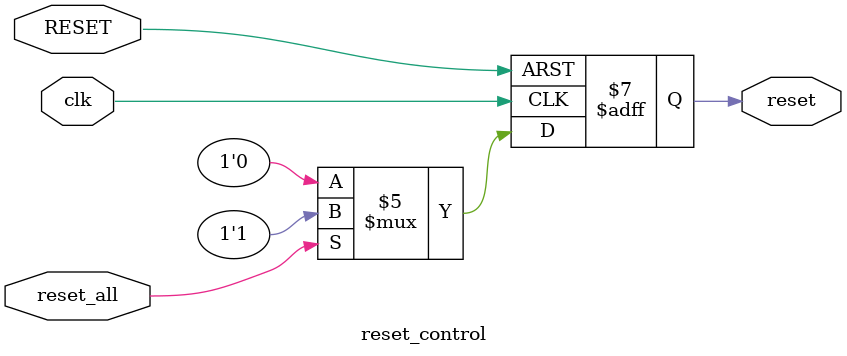
<source format=v>
module top_controlled_viterbi_wifi(
    input clk, 
    input RESET,
    input valid_in,
    input data_in,
    input enable,
    output data_out,
    output valid_out,
    output finished
    );
//---------------------------------------------------------------------------------------------------------------------//
wire re,valid_out_fifo,active,TB_enable,reset_viterbi,valid_out_viterbi,re_buffer,decode_out,reset_all,reset;
wire [1:0] Code;
wire [3:0] ACS_counter;
wire [14:0] write_address;
wire [12:0] max_read_address;
wire TB_stop;
//---------------------------------------------------------------------------------------------------------------------//
decoder_fifo dec_fifo(
     .clk(clk),
     .reset(reset),
     .re(re),
     .we(valid_in),
     .data_in(data_in),
     .data_out(Code),
     .valid_out(valid_out_fifo),
     .write_address(write_address)
 );
//--------------------------------------------------------------------------------------------------------------------//
VITERBIDECODER viterbi_decoder (
    .Reset(reset_viterbi), 
    .CLOCK(clk), 
    .Active(active), 
    .Code(Code), 
    .DecodeOut(decode_out),
    .valid_out(valid_out_viterbi),
    .valid_in(active),
    .TB_enable(TB_enable),
    .ACS_counter(ACS_counter),
    .TB_stop(TB_stop)
    );
//------------------------------------------------------------------------------------------------------------------------------//
top_controller top_cntrl(
    .clk(clk),
    .reset(reset),
    .valid_in(valid_in),
    .TB_enable(TB_enable),
    .ACS_counter(ACS_counter),
    .TB_stop(TB_stop),
    .valid_out_fifo(valid_out_fifo),
    .valid_out(valid_out_viterbi),
    .write_address(write_address),
    .enable(enable),
    .reset_viterbi(reset_viterbi),
    .active(active),
    .max_read_address(max_read_address),
    .re_buffer(re_buffer),
    .re(re)
);
//------------------------------------------------------------------------------------------------------------------------------//
viterbi_buffer vit_buffer (
    .clk(clk),
	.reset(reset),
	.re(re_buffer),
	.we(valid_out_viterbi),
	.data_in(decode_out),
	.max_read_address(max_read_address),
	.reset_all(reset_all),
	.data_out(data_out),
	.valid_out(valid_out),
	.finished(finished)
);
//----------------------------------------------------------------------------------------------------------------------//
reset_control reset_cntrl(
    .clk(clk),
    .RESET(RESET),
    .reset_all(reset_all),
    .reset(reset)
);
	/*always@(posedge clk or negedge RESET)
	if(reset & valid_out_fifo) $display(Code);*/
endmodule
//========================================================================================================================//
module reset_control(
input clk,
input RESET,
input reset_all,
output reg reset
);
always @(posedge clk or negedge RESET)
begin
    if(!RESET) 
    begin
        reset<=0;
    end
    else
    begin
        if(!reset_all) reset<=0;
        else reset<=1;    
    end
end
endmodule
//--------------------------------------------------------------------------------------------------------------------//

</source>
